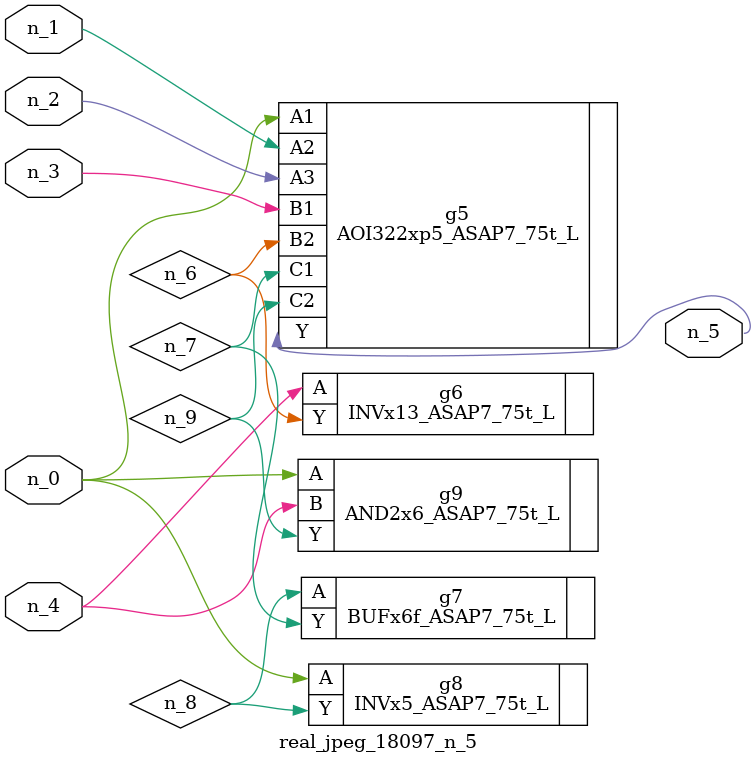
<source format=v>
module real_jpeg_18097_n_5 (n_4, n_0, n_1, n_2, n_3, n_5);

input n_4;
input n_0;
input n_1;
input n_2;
input n_3;

output n_5;

wire n_8;
wire n_6;
wire n_7;
wire n_9;

AOI322xp5_ASAP7_75t_L g5 ( 
.A1(n_0),
.A2(n_1),
.A3(n_2),
.B1(n_3),
.B2(n_6),
.C1(n_7),
.C2(n_9),
.Y(n_5)
);

INVx5_ASAP7_75t_L g8 ( 
.A(n_0),
.Y(n_8)
);

AND2x6_ASAP7_75t_L g9 ( 
.A(n_0),
.B(n_4),
.Y(n_9)
);

INVx13_ASAP7_75t_L g6 ( 
.A(n_4),
.Y(n_6)
);

BUFx6f_ASAP7_75t_L g7 ( 
.A(n_8),
.Y(n_7)
);


endmodule
</source>
